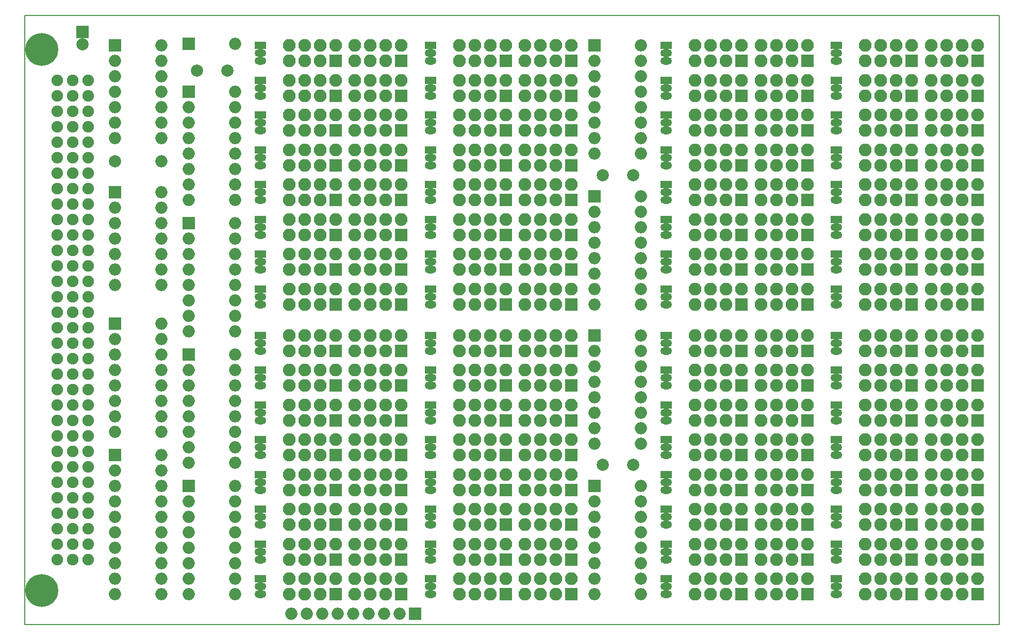
<source format=gbr>
G04 #@! TF.GenerationSoftware,KiCad,Pcbnew,5.0.0*
G04 #@! TF.CreationDate,2018-09-20T13:28:18+02:00*
G04 #@! TF.ProjectId,ledrom,6C6564726F6D2E6B696361645F706362,rev?*
G04 #@! TF.SameCoordinates,PX47c1240PY2faf080*
G04 #@! TF.FileFunction,Soldermask,Bot*
G04 #@! TF.FilePolarity,Negative*
%FSLAX46Y46*%
G04 Gerber Fmt 4.6, Leading zero omitted, Abs format (unit mm)*
G04 Created by KiCad (PCBNEW 5.0.0) date Thu Sep 20 13:28:18 2018*
%MOMM*%
%LPD*%
G01*
G04 APERTURE LIST*
%ADD10C,0.150000*%
%ADD11R,1.900000X1.300000*%
%ADD12O,1.900000X1.300000*%
%ADD13R,2.000000X2.000000*%
%ADD14O,2.000000X2.000000*%
%ADD15C,2.000000*%
%ADD16C,1.901140*%
%ADD17C,5.400000*%
%ADD18R,2.100000X2.100000*%
%ADD19O,2.100000X2.100000*%
G04 APERTURE END LIST*
D10*
X0Y-100000000D02*
X0Y0D01*
X160000000Y-100000000D02*
X0Y-100000000D01*
X160000000Y0D02*
X160000000Y-100000000D01*
X0Y0D02*
X160000000Y0D01*
D11*
G04 #@! TO.C,Q6*
X38637500Y-33490000D03*
D12*
X38637500Y-36030000D03*
X38637500Y-34760000D03*
G04 #@! TD*
D13*
G04 #@! TO.C,U1*
X14825000Y-50635000D03*
D14*
X22445000Y-68415000D03*
X14825000Y-53175000D03*
X22445000Y-65875000D03*
X14825000Y-55715000D03*
X22445000Y-63335000D03*
X14825000Y-58255000D03*
X22445000Y-60795000D03*
X14825000Y-60795000D03*
X22445000Y-58255000D03*
X14825000Y-63335000D03*
X22445000Y-55715000D03*
X14825000Y-65875000D03*
X22445000Y-53175000D03*
X14825000Y-68415000D03*
X22445000Y-50635000D03*
G04 #@! TD*
D13*
G04 #@! TO.C,C1*
X9427500Y-2692500D03*
D15*
X9427500Y-4692500D03*
G04 #@! TD*
D11*
G04 #@! TO.C,Q14*
X38637500Y-81115000D03*
D12*
X38637500Y-83655000D03*
X38637500Y-82385000D03*
G04 #@! TD*
G04 #@! TO.C,Q11*
X38637500Y-65240000D03*
X38637500Y-66510000D03*
D11*
X38637500Y-63970000D03*
G04 #@! TD*
D16*
G04 #@! TO.C,JB1*
X5300000Y-89370000D03*
X5300000Y-86830000D03*
X5300000Y-81750000D03*
X5300000Y-84290000D03*
X5300000Y-79210000D03*
X5300000Y-76670000D03*
X5300000Y-74130000D03*
X5300000Y-71590000D03*
X5300000Y-69050000D03*
X5300000Y-66510000D03*
X5300000Y-63970000D03*
X5300000Y-61430000D03*
X5300000Y-58890000D03*
X5300000Y-56350000D03*
X5300000Y-53810000D03*
X5300000Y-51270000D03*
X5300000Y-48730000D03*
X5300000Y-46190000D03*
X5300000Y-43650000D03*
X5300000Y-41110000D03*
X5300000Y-38570000D03*
X5300000Y-36030000D03*
X5300000Y-33490000D03*
X5300000Y-30950000D03*
X5300000Y-28410000D03*
X5300000Y-25870000D03*
X5300000Y-23330000D03*
X5300000Y-20790000D03*
X5300000Y-18250000D03*
X5300000Y-15710000D03*
X5300000Y-13170000D03*
X5300000Y-10630000D03*
X7840000Y-10630000D03*
X7840000Y-13170000D03*
X7840000Y-15710000D03*
X7840000Y-18250000D03*
X7840000Y-20790000D03*
X7840000Y-23330000D03*
X7840000Y-25870000D03*
X7840000Y-28410000D03*
X7840000Y-30950000D03*
X7840000Y-33490000D03*
X7840000Y-36030000D03*
X7840000Y-38570000D03*
X7840000Y-41110000D03*
X7840000Y-43650000D03*
X7840000Y-46190000D03*
X7840000Y-48730000D03*
X7840000Y-51270000D03*
X7840000Y-53810000D03*
X7840000Y-56350000D03*
X7840000Y-58890000D03*
X7840000Y-61430000D03*
X7840000Y-63970000D03*
X7840000Y-66510000D03*
X7840000Y-69050000D03*
X7840000Y-71590000D03*
X7840000Y-74130000D03*
X7840000Y-76670000D03*
X7840000Y-79210000D03*
X7840000Y-84290000D03*
X7840000Y-81750000D03*
X7840000Y-86830000D03*
X7840000Y-89370000D03*
X10380000Y-89370000D03*
X10380000Y-86830000D03*
X10380000Y-81750000D03*
X10380000Y-84290000D03*
X10380000Y-79210000D03*
X10380000Y-76670000D03*
X10380000Y-74130000D03*
X10380000Y-71590000D03*
X10380000Y-69050000D03*
X10380000Y-66510000D03*
X10380000Y-63970000D03*
X10380000Y-61430000D03*
X10380000Y-58890000D03*
X10380000Y-56350000D03*
X10380000Y-53810000D03*
X10380000Y-51270000D03*
X10380000Y-48730000D03*
X10380000Y-46190000D03*
X10380000Y-43650000D03*
X10380000Y-41110000D03*
X10380000Y-38570000D03*
X10380000Y-36030000D03*
X10380000Y-33490000D03*
X10380000Y-30950000D03*
X10380000Y-28410000D03*
X10380000Y-25870000D03*
X10380000Y-23330000D03*
X10380000Y-20790000D03*
X10380000Y-18250000D03*
X10380000Y-15710000D03*
X10380000Y-13170000D03*
X10380000Y-10630000D03*
D17*
X2760000Y-5550000D03*
X2760000Y-94450000D03*
G04 #@! TD*
D18*
G04 #@! TO.C,J81*
X128490000Y-55080000D03*
D19*
X128490000Y-52540000D03*
X125950000Y-55080000D03*
X125950000Y-52540000D03*
X123410000Y-55080000D03*
X123410000Y-52540000D03*
X120870000Y-55080000D03*
X120870000Y-52540000D03*
G04 #@! TD*
D13*
G04 #@! TO.C,JP1*
X26890000Y-4597500D03*
D14*
X34510000Y-4597500D03*
G04 #@! TD*
D18*
G04 #@! TO.C,J1*
X61815000Y-7455000D03*
D19*
X61815000Y-4915000D03*
X59275000Y-7455000D03*
X59275000Y-4915000D03*
X56735000Y-7455000D03*
X56735000Y-4915000D03*
X54195000Y-7455000D03*
X54195000Y-4915000D03*
G04 #@! TD*
D18*
G04 #@! TO.C,J2*
X51020000Y-7455000D03*
D19*
X51020000Y-4915000D03*
X48480000Y-7455000D03*
X48480000Y-4915000D03*
X45940000Y-7455000D03*
X45940000Y-4915000D03*
X43400000Y-7455000D03*
X43400000Y-4915000D03*
G04 #@! TD*
D18*
G04 #@! TO.C,J3*
X61815000Y-13170000D03*
D19*
X61815000Y-10630000D03*
X59275000Y-13170000D03*
X59275000Y-10630000D03*
X56735000Y-13170000D03*
X56735000Y-10630000D03*
X54195000Y-13170000D03*
X54195000Y-10630000D03*
G04 #@! TD*
D18*
G04 #@! TO.C,J4*
X51020000Y-13170000D03*
D19*
X51020000Y-10630000D03*
X48480000Y-13170000D03*
X48480000Y-10630000D03*
X45940000Y-13170000D03*
X45940000Y-10630000D03*
X43400000Y-13170000D03*
X43400000Y-10630000D03*
G04 #@! TD*
D18*
G04 #@! TO.C,J5*
X61815000Y-18885000D03*
D19*
X61815000Y-16345000D03*
X59275000Y-18885000D03*
X59275000Y-16345000D03*
X56735000Y-18885000D03*
X56735000Y-16345000D03*
X54195000Y-18885000D03*
X54195000Y-16345000D03*
G04 #@! TD*
D18*
G04 #@! TO.C,J6*
X51020000Y-18885000D03*
D19*
X51020000Y-16345000D03*
X48480000Y-18885000D03*
X48480000Y-16345000D03*
X45940000Y-18885000D03*
X45940000Y-16345000D03*
X43400000Y-18885000D03*
X43400000Y-16345000D03*
G04 #@! TD*
D18*
G04 #@! TO.C,J7*
X61815000Y-24600000D03*
D19*
X61815000Y-22060000D03*
X59275000Y-24600000D03*
X59275000Y-22060000D03*
X56735000Y-24600000D03*
X56735000Y-22060000D03*
X54195000Y-24600000D03*
X54195000Y-22060000D03*
G04 #@! TD*
D18*
G04 #@! TO.C,J8*
X51020000Y-24600000D03*
D19*
X51020000Y-22060000D03*
X48480000Y-24600000D03*
X48480000Y-22060000D03*
X45940000Y-24600000D03*
X45940000Y-22060000D03*
X43400000Y-24600000D03*
X43400000Y-22060000D03*
G04 #@! TD*
D18*
G04 #@! TO.C,J9*
X61815000Y-30315000D03*
D19*
X61815000Y-27775000D03*
X59275000Y-30315000D03*
X59275000Y-27775000D03*
X56735000Y-30315000D03*
X56735000Y-27775000D03*
X54195000Y-30315000D03*
X54195000Y-27775000D03*
G04 #@! TD*
D18*
G04 #@! TO.C,J10*
X51020000Y-30315000D03*
D19*
X51020000Y-27775000D03*
X48480000Y-30315000D03*
X48480000Y-27775000D03*
X45940000Y-30315000D03*
X45940000Y-27775000D03*
X43400000Y-30315000D03*
X43400000Y-27775000D03*
G04 #@! TD*
D18*
G04 #@! TO.C,J11*
X61815000Y-36030000D03*
D19*
X61815000Y-33490000D03*
X59275000Y-36030000D03*
X59275000Y-33490000D03*
X56735000Y-36030000D03*
X56735000Y-33490000D03*
X54195000Y-36030000D03*
X54195000Y-33490000D03*
G04 #@! TD*
D18*
G04 #@! TO.C,J12*
X51020000Y-36030000D03*
D19*
X51020000Y-33490000D03*
X48480000Y-36030000D03*
X48480000Y-33490000D03*
X45940000Y-36030000D03*
X45940000Y-33490000D03*
X43400000Y-36030000D03*
X43400000Y-33490000D03*
G04 #@! TD*
D18*
G04 #@! TO.C,J13*
X61815000Y-41745000D03*
D19*
X61815000Y-39205000D03*
X59275000Y-41745000D03*
X59275000Y-39205000D03*
X56735000Y-41745000D03*
X56735000Y-39205000D03*
X54195000Y-41745000D03*
X54195000Y-39205000D03*
G04 #@! TD*
D18*
G04 #@! TO.C,J14*
X51020000Y-41745000D03*
D19*
X51020000Y-39205000D03*
X48480000Y-41745000D03*
X48480000Y-39205000D03*
X45940000Y-41745000D03*
X45940000Y-39205000D03*
X43400000Y-41745000D03*
X43400000Y-39205000D03*
G04 #@! TD*
D18*
G04 #@! TO.C,J15*
X61815000Y-47460000D03*
D19*
X61815000Y-44920000D03*
X59275000Y-47460000D03*
X59275000Y-44920000D03*
X56735000Y-47460000D03*
X56735000Y-44920000D03*
X54195000Y-47460000D03*
X54195000Y-44920000D03*
G04 #@! TD*
D18*
G04 #@! TO.C,J16*
X51020000Y-47460000D03*
D19*
X51020000Y-44920000D03*
X48480000Y-47460000D03*
X48480000Y-44920000D03*
X45940000Y-47460000D03*
X45940000Y-44920000D03*
X43400000Y-47460000D03*
X43400000Y-44920000D03*
G04 #@! TD*
D18*
G04 #@! TO.C,J17*
X61815000Y-55080000D03*
D19*
X61815000Y-52540000D03*
X59275000Y-55080000D03*
X59275000Y-52540000D03*
X56735000Y-55080000D03*
X56735000Y-52540000D03*
X54195000Y-55080000D03*
X54195000Y-52540000D03*
G04 #@! TD*
D18*
G04 #@! TO.C,J18*
X51020000Y-55080000D03*
D19*
X51020000Y-52540000D03*
X48480000Y-55080000D03*
X48480000Y-52540000D03*
X45940000Y-55080000D03*
X45940000Y-52540000D03*
X43400000Y-55080000D03*
X43400000Y-52540000D03*
G04 #@! TD*
D18*
G04 #@! TO.C,J19*
X61815000Y-60795000D03*
D19*
X61815000Y-58255000D03*
X59275000Y-60795000D03*
X59275000Y-58255000D03*
X56735000Y-60795000D03*
X56735000Y-58255000D03*
X54195000Y-60795000D03*
X54195000Y-58255000D03*
G04 #@! TD*
D18*
G04 #@! TO.C,J20*
X51020000Y-60795000D03*
D19*
X51020000Y-58255000D03*
X48480000Y-60795000D03*
X48480000Y-58255000D03*
X45940000Y-60795000D03*
X45940000Y-58255000D03*
X43400000Y-60795000D03*
X43400000Y-58255000D03*
G04 #@! TD*
D18*
G04 #@! TO.C,J21*
X61815000Y-66510000D03*
D19*
X61815000Y-63970000D03*
X59275000Y-66510000D03*
X59275000Y-63970000D03*
X56735000Y-66510000D03*
X56735000Y-63970000D03*
X54195000Y-66510000D03*
X54195000Y-63970000D03*
G04 #@! TD*
D18*
G04 #@! TO.C,J22*
X51020000Y-66510000D03*
D19*
X51020000Y-63970000D03*
X48480000Y-66510000D03*
X48480000Y-63970000D03*
X45940000Y-66510000D03*
X45940000Y-63970000D03*
X43400000Y-66510000D03*
X43400000Y-63970000D03*
G04 #@! TD*
D18*
G04 #@! TO.C,J23*
X61815000Y-72225000D03*
D19*
X61815000Y-69685000D03*
X59275000Y-72225000D03*
X59275000Y-69685000D03*
X56735000Y-72225000D03*
X56735000Y-69685000D03*
X54195000Y-72225000D03*
X54195000Y-69685000D03*
G04 #@! TD*
D18*
G04 #@! TO.C,J24*
X51020000Y-72225000D03*
D19*
X51020000Y-69685000D03*
X48480000Y-72225000D03*
X48480000Y-69685000D03*
X45940000Y-72225000D03*
X45940000Y-69685000D03*
X43400000Y-72225000D03*
X43400000Y-69685000D03*
G04 #@! TD*
D18*
G04 #@! TO.C,J25*
X61815000Y-77940000D03*
D19*
X61815000Y-75400000D03*
X59275000Y-77940000D03*
X59275000Y-75400000D03*
X56735000Y-77940000D03*
X56735000Y-75400000D03*
X54195000Y-77940000D03*
X54195000Y-75400000D03*
G04 #@! TD*
D18*
G04 #@! TO.C,J26*
X51020000Y-77940000D03*
D19*
X51020000Y-75400000D03*
X48480000Y-77940000D03*
X48480000Y-75400000D03*
X45940000Y-77940000D03*
X45940000Y-75400000D03*
X43400000Y-77940000D03*
X43400000Y-75400000D03*
G04 #@! TD*
D18*
G04 #@! TO.C,J27*
X61815000Y-83655000D03*
D19*
X61815000Y-81115000D03*
X59275000Y-83655000D03*
X59275000Y-81115000D03*
X56735000Y-83655000D03*
X56735000Y-81115000D03*
X54195000Y-83655000D03*
X54195000Y-81115000D03*
G04 #@! TD*
D18*
G04 #@! TO.C,J28*
X51020000Y-83655000D03*
D19*
X51020000Y-81115000D03*
X48480000Y-83655000D03*
X48480000Y-81115000D03*
X45940000Y-83655000D03*
X45940000Y-81115000D03*
X43400000Y-83655000D03*
X43400000Y-81115000D03*
G04 #@! TD*
D18*
G04 #@! TO.C,J29*
X61815000Y-89370000D03*
D19*
X61815000Y-86830000D03*
X59275000Y-89370000D03*
X59275000Y-86830000D03*
X56735000Y-89370000D03*
X56735000Y-86830000D03*
X54195000Y-89370000D03*
X54195000Y-86830000D03*
G04 #@! TD*
D18*
G04 #@! TO.C,J30*
X51020000Y-89370000D03*
D19*
X51020000Y-86830000D03*
X48480000Y-89370000D03*
X48480000Y-86830000D03*
X45940000Y-89370000D03*
X45940000Y-86830000D03*
X43400000Y-89370000D03*
X43400000Y-86830000D03*
G04 #@! TD*
D18*
G04 #@! TO.C,J31*
X61815000Y-95085000D03*
D19*
X61815000Y-92545000D03*
X59275000Y-95085000D03*
X59275000Y-92545000D03*
X56735000Y-95085000D03*
X56735000Y-92545000D03*
X54195000Y-95085000D03*
X54195000Y-92545000D03*
G04 #@! TD*
D18*
G04 #@! TO.C,J32*
X51020000Y-95085000D03*
D19*
X51020000Y-92545000D03*
X48480000Y-95085000D03*
X48480000Y-92545000D03*
X45940000Y-95085000D03*
X45940000Y-92545000D03*
X43400000Y-95085000D03*
X43400000Y-92545000D03*
G04 #@! TD*
D18*
G04 #@! TO.C,J33*
X89755000Y-7455000D03*
D19*
X89755000Y-4915000D03*
X87215000Y-7455000D03*
X87215000Y-4915000D03*
X84675000Y-7455000D03*
X84675000Y-4915000D03*
X82135000Y-7455000D03*
X82135000Y-4915000D03*
G04 #@! TD*
D18*
G04 #@! TO.C,J34*
X78960000Y-7455000D03*
D19*
X78960000Y-4915000D03*
X76420000Y-7455000D03*
X76420000Y-4915000D03*
X73880000Y-7455000D03*
X73880000Y-4915000D03*
X71340000Y-7455000D03*
X71340000Y-4915000D03*
G04 #@! TD*
D18*
G04 #@! TO.C,J35*
X89755000Y-13170000D03*
D19*
X89755000Y-10630000D03*
X87215000Y-13170000D03*
X87215000Y-10630000D03*
X84675000Y-13170000D03*
X84675000Y-10630000D03*
X82135000Y-13170000D03*
X82135000Y-10630000D03*
G04 #@! TD*
D18*
G04 #@! TO.C,J36*
X78960000Y-13170000D03*
D19*
X78960000Y-10630000D03*
X76420000Y-13170000D03*
X76420000Y-10630000D03*
X73880000Y-13170000D03*
X73880000Y-10630000D03*
X71340000Y-13170000D03*
X71340000Y-10630000D03*
G04 #@! TD*
D18*
G04 #@! TO.C,J37*
X89755000Y-18885000D03*
D19*
X89755000Y-16345000D03*
X87215000Y-18885000D03*
X87215000Y-16345000D03*
X84675000Y-18885000D03*
X84675000Y-16345000D03*
X82135000Y-18885000D03*
X82135000Y-16345000D03*
G04 #@! TD*
D18*
G04 #@! TO.C,J38*
X78960000Y-18885000D03*
D19*
X78960000Y-16345000D03*
X76420000Y-18885000D03*
X76420000Y-16345000D03*
X73880000Y-18885000D03*
X73880000Y-16345000D03*
X71340000Y-18885000D03*
X71340000Y-16345000D03*
G04 #@! TD*
D18*
G04 #@! TO.C,J39*
X89755000Y-24600000D03*
D19*
X89755000Y-22060000D03*
X87215000Y-24600000D03*
X87215000Y-22060000D03*
X84675000Y-24600000D03*
X84675000Y-22060000D03*
X82135000Y-24600000D03*
X82135000Y-22060000D03*
G04 #@! TD*
D18*
G04 #@! TO.C,J40*
X78960000Y-24600000D03*
D19*
X78960000Y-22060000D03*
X76420000Y-24600000D03*
X76420000Y-22060000D03*
X73880000Y-24600000D03*
X73880000Y-22060000D03*
X71340000Y-24600000D03*
X71340000Y-22060000D03*
G04 #@! TD*
D18*
G04 #@! TO.C,J41*
X89755000Y-30315000D03*
D19*
X89755000Y-27775000D03*
X87215000Y-30315000D03*
X87215000Y-27775000D03*
X84675000Y-30315000D03*
X84675000Y-27775000D03*
X82135000Y-30315000D03*
X82135000Y-27775000D03*
G04 #@! TD*
D18*
G04 #@! TO.C,J42*
X78960000Y-30315000D03*
D19*
X78960000Y-27775000D03*
X76420000Y-30315000D03*
X76420000Y-27775000D03*
X73880000Y-30315000D03*
X73880000Y-27775000D03*
X71340000Y-30315000D03*
X71340000Y-27775000D03*
G04 #@! TD*
D18*
G04 #@! TO.C,J43*
X89755000Y-36030000D03*
D19*
X89755000Y-33490000D03*
X87215000Y-36030000D03*
X87215000Y-33490000D03*
X84675000Y-36030000D03*
X84675000Y-33490000D03*
X82135000Y-36030000D03*
X82135000Y-33490000D03*
G04 #@! TD*
D18*
G04 #@! TO.C,J44*
X78960000Y-36030000D03*
D19*
X78960000Y-33490000D03*
X76420000Y-36030000D03*
X76420000Y-33490000D03*
X73880000Y-36030000D03*
X73880000Y-33490000D03*
X71340000Y-36030000D03*
X71340000Y-33490000D03*
G04 #@! TD*
D18*
G04 #@! TO.C,J45*
X89755000Y-41745000D03*
D19*
X89755000Y-39205000D03*
X87215000Y-41745000D03*
X87215000Y-39205000D03*
X84675000Y-41745000D03*
X84675000Y-39205000D03*
X82135000Y-41745000D03*
X82135000Y-39205000D03*
G04 #@! TD*
D18*
G04 #@! TO.C,J46*
X78960000Y-41745000D03*
D19*
X78960000Y-39205000D03*
X76420000Y-41745000D03*
X76420000Y-39205000D03*
X73880000Y-41745000D03*
X73880000Y-39205000D03*
X71340000Y-41745000D03*
X71340000Y-39205000D03*
G04 #@! TD*
D18*
G04 #@! TO.C,J47*
X89755000Y-47460000D03*
D19*
X89755000Y-44920000D03*
X87215000Y-47460000D03*
X87215000Y-44920000D03*
X84675000Y-47460000D03*
X84675000Y-44920000D03*
X82135000Y-47460000D03*
X82135000Y-44920000D03*
G04 #@! TD*
D18*
G04 #@! TO.C,J48*
X78960000Y-47460000D03*
D19*
X78960000Y-44920000D03*
X76420000Y-47460000D03*
X76420000Y-44920000D03*
X73880000Y-47460000D03*
X73880000Y-44920000D03*
X71340000Y-47460000D03*
X71340000Y-44920000D03*
G04 #@! TD*
D18*
G04 #@! TO.C,J49*
X89755000Y-55080000D03*
D19*
X89755000Y-52540000D03*
X87215000Y-55080000D03*
X87215000Y-52540000D03*
X84675000Y-55080000D03*
X84675000Y-52540000D03*
X82135000Y-55080000D03*
X82135000Y-52540000D03*
G04 #@! TD*
D18*
G04 #@! TO.C,J50*
X78960000Y-55080000D03*
D19*
X78960000Y-52540000D03*
X76420000Y-55080000D03*
X76420000Y-52540000D03*
X73880000Y-55080000D03*
X73880000Y-52540000D03*
X71340000Y-55080000D03*
X71340000Y-52540000D03*
G04 #@! TD*
D18*
G04 #@! TO.C,J51*
X89755000Y-60795000D03*
D19*
X89755000Y-58255000D03*
X87215000Y-60795000D03*
X87215000Y-58255000D03*
X84675000Y-60795000D03*
X84675000Y-58255000D03*
X82135000Y-60795000D03*
X82135000Y-58255000D03*
G04 #@! TD*
D18*
G04 #@! TO.C,J52*
X78960000Y-60795000D03*
D19*
X78960000Y-58255000D03*
X76420000Y-60795000D03*
X76420000Y-58255000D03*
X73880000Y-60795000D03*
X73880000Y-58255000D03*
X71340000Y-60795000D03*
X71340000Y-58255000D03*
G04 #@! TD*
D18*
G04 #@! TO.C,J53*
X89755000Y-66510000D03*
D19*
X89755000Y-63970000D03*
X87215000Y-66510000D03*
X87215000Y-63970000D03*
X84675000Y-66510000D03*
X84675000Y-63970000D03*
X82135000Y-66510000D03*
X82135000Y-63970000D03*
G04 #@! TD*
D18*
G04 #@! TO.C,J54*
X78960000Y-66510000D03*
D19*
X78960000Y-63970000D03*
X76420000Y-66510000D03*
X76420000Y-63970000D03*
X73880000Y-66510000D03*
X73880000Y-63970000D03*
X71340000Y-66510000D03*
X71340000Y-63970000D03*
G04 #@! TD*
D18*
G04 #@! TO.C,J55*
X89755000Y-72225000D03*
D19*
X89755000Y-69685000D03*
X87215000Y-72225000D03*
X87215000Y-69685000D03*
X84675000Y-72225000D03*
X84675000Y-69685000D03*
X82135000Y-72225000D03*
X82135000Y-69685000D03*
G04 #@! TD*
D18*
G04 #@! TO.C,J56*
X78960000Y-72225000D03*
D19*
X78960000Y-69685000D03*
X76420000Y-72225000D03*
X76420000Y-69685000D03*
X73880000Y-72225000D03*
X73880000Y-69685000D03*
X71340000Y-72225000D03*
X71340000Y-69685000D03*
G04 #@! TD*
D18*
G04 #@! TO.C,J57*
X89755000Y-77940000D03*
D19*
X89755000Y-75400000D03*
X87215000Y-77940000D03*
X87215000Y-75400000D03*
X84675000Y-77940000D03*
X84675000Y-75400000D03*
X82135000Y-77940000D03*
X82135000Y-75400000D03*
G04 #@! TD*
D18*
G04 #@! TO.C,J58*
X78960000Y-77940000D03*
D19*
X78960000Y-75400000D03*
X76420000Y-77940000D03*
X76420000Y-75400000D03*
X73880000Y-77940000D03*
X73880000Y-75400000D03*
X71340000Y-77940000D03*
X71340000Y-75400000D03*
G04 #@! TD*
D18*
G04 #@! TO.C,J59*
X89755000Y-83655000D03*
D19*
X89755000Y-81115000D03*
X87215000Y-83655000D03*
X87215000Y-81115000D03*
X84675000Y-83655000D03*
X84675000Y-81115000D03*
X82135000Y-83655000D03*
X82135000Y-81115000D03*
G04 #@! TD*
D18*
G04 #@! TO.C,J60*
X78960000Y-83655000D03*
D19*
X78960000Y-81115000D03*
X76420000Y-83655000D03*
X76420000Y-81115000D03*
X73880000Y-83655000D03*
X73880000Y-81115000D03*
X71340000Y-83655000D03*
X71340000Y-81115000D03*
G04 #@! TD*
D18*
G04 #@! TO.C,J61*
X89755000Y-89370000D03*
D19*
X89755000Y-86830000D03*
X87215000Y-89370000D03*
X87215000Y-86830000D03*
X84675000Y-89370000D03*
X84675000Y-86830000D03*
X82135000Y-89370000D03*
X82135000Y-86830000D03*
G04 #@! TD*
D18*
G04 #@! TO.C,J62*
X78960000Y-89370000D03*
D19*
X78960000Y-86830000D03*
X76420000Y-89370000D03*
X76420000Y-86830000D03*
X73880000Y-89370000D03*
X73880000Y-86830000D03*
X71340000Y-89370000D03*
X71340000Y-86830000D03*
G04 #@! TD*
D18*
G04 #@! TO.C,J63*
X89755000Y-95085000D03*
D19*
X89755000Y-92545000D03*
X87215000Y-95085000D03*
X87215000Y-92545000D03*
X84675000Y-95085000D03*
X84675000Y-92545000D03*
X82135000Y-95085000D03*
X82135000Y-92545000D03*
G04 #@! TD*
D18*
G04 #@! TO.C,J64*
X78960000Y-95085000D03*
D19*
X78960000Y-92545000D03*
X76420000Y-95085000D03*
X76420000Y-92545000D03*
X73880000Y-95085000D03*
X73880000Y-92545000D03*
X71340000Y-95085000D03*
X71340000Y-92545000D03*
G04 #@! TD*
D18*
G04 #@! TO.C,J65*
X128490000Y-7455000D03*
D19*
X128490000Y-4915000D03*
X125950000Y-7455000D03*
X125950000Y-4915000D03*
X123410000Y-7455000D03*
X123410000Y-4915000D03*
X120870000Y-7455000D03*
X120870000Y-4915000D03*
G04 #@! TD*
D18*
G04 #@! TO.C,J66*
X117695000Y-7455000D03*
D19*
X117695000Y-4915000D03*
X115155000Y-7455000D03*
X115155000Y-4915000D03*
X112615000Y-7455000D03*
X112615000Y-4915000D03*
X110075000Y-7455000D03*
X110075000Y-4915000D03*
G04 #@! TD*
D18*
G04 #@! TO.C,J67*
X128490000Y-13170000D03*
D19*
X128490000Y-10630000D03*
X125950000Y-13170000D03*
X125950000Y-10630000D03*
X123410000Y-13170000D03*
X123410000Y-10630000D03*
X120870000Y-13170000D03*
X120870000Y-10630000D03*
G04 #@! TD*
D18*
G04 #@! TO.C,J68*
X117695000Y-13170000D03*
D19*
X117695000Y-10630000D03*
X115155000Y-13170000D03*
X115155000Y-10630000D03*
X112615000Y-13170000D03*
X112615000Y-10630000D03*
X110075000Y-13170000D03*
X110075000Y-10630000D03*
G04 #@! TD*
D18*
G04 #@! TO.C,J69*
X128490000Y-18885000D03*
D19*
X128490000Y-16345000D03*
X125950000Y-18885000D03*
X125950000Y-16345000D03*
X123410000Y-18885000D03*
X123410000Y-16345000D03*
X120870000Y-18885000D03*
X120870000Y-16345000D03*
G04 #@! TD*
D18*
G04 #@! TO.C,J70*
X117695000Y-18885000D03*
D19*
X117695000Y-16345000D03*
X115155000Y-18885000D03*
X115155000Y-16345000D03*
X112615000Y-18885000D03*
X112615000Y-16345000D03*
X110075000Y-18885000D03*
X110075000Y-16345000D03*
G04 #@! TD*
D18*
G04 #@! TO.C,J71*
X128490000Y-24600000D03*
D19*
X128490000Y-22060000D03*
X125950000Y-24600000D03*
X125950000Y-22060000D03*
X123410000Y-24600000D03*
X123410000Y-22060000D03*
X120870000Y-24600000D03*
X120870000Y-22060000D03*
G04 #@! TD*
D18*
G04 #@! TO.C,J72*
X117695000Y-24600000D03*
D19*
X117695000Y-22060000D03*
X115155000Y-24600000D03*
X115155000Y-22060000D03*
X112615000Y-24600000D03*
X112615000Y-22060000D03*
X110075000Y-24600000D03*
X110075000Y-22060000D03*
G04 #@! TD*
D18*
G04 #@! TO.C,J73*
X128490000Y-30315000D03*
D19*
X128490000Y-27775000D03*
X125950000Y-30315000D03*
X125950000Y-27775000D03*
X123410000Y-30315000D03*
X123410000Y-27775000D03*
X120870000Y-30315000D03*
X120870000Y-27775000D03*
G04 #@! TD*
D18*
G04 #@! TO.C,J74*
X117695000Y-30315000D03*
D19*
X117695000Y-27775000D03*
X115155000Y-30315000D03*
X115155000Y-27775000D03*
X112615000Y-30315000D03*
X112615000Y-27775000D03*
X110075000Y-30315000D03*
X110075000Y-27775000D03*
G04 #@! TD*
D18*
G04 #@! TO.C,J75*
X128490000Y-36030000D03*
D19*
X128490000Y-33490000D03*
X125950000Y-36030000D03*
X125950000Y-33490000D03*
X123410000Y-36030000D03*
X123410000Y-33490000D03*
X120870000Y-36030000D03*
X120870000Y-33490000D03*
G04 #@! TD*
D18*
G04 #@! TO.C,J76*
X117695000Y-36030000D03*
D19*
X117695000Y-33490000D03*
X115155000Y-36030000D03*
X115155000Y-33490000D03*
X112615000Y-36030000D03*
X112615000Y-33490000D03*
X110075000Y-36030000D03*
X110075000Y-33490000D03*
G04 #@! TD*
D18*
G04 #@! TO.C,J77*
X128490000Y-41745000D03*
D19*
X128490000Y-39205000D03*
X125950000Y-41745000D03*
X125950000Y-39205000D03*
X123410000Y-41745000D03*
X123410000Y-39205000D03*
X120870000Y-41745000D03*
X120870000Y-39205000D03*
G04 #@! TD*
D18*
G04 #@! TO.C,J78*
X117695000Y-41745000D03*
D19*
X117695000Y-39205000D03*
X115155000Y-41745000D03*
X115155000Y-39205000D03*
X112615000Y-41745000D03*
X112615000Y-39205000D03*
X110075000Y-41745000D03*
X110075000Y-39205000D03*
G04 #@! TD*
D18*
G04 #@! TO.C,J79*
X128490000Y-47460000D03*
D19*
X128490000Y-44920000D03*
X125950000Y-47460000D03*
X125950000Y-44920000D03*
X123410000Y-47460000D03*
X123410000Y-44920000D03*
X120870000Y-47460000D03*
X120870000Y-44920000D03*
G04 #@! TD*
D18*
G04 #@! TO.C,J80*
X117695000Y-47460000D03*
D19*
X117695000Y-44920000D03*
X115155000Y-47460000D03*
X115155000Y-44920000D03*
X112615000Y-47460000D03*
X112615000Y-44920000D03*
X110075000Y-47460000D03*
X110075000Y-44920000D03*
G04 #@! TD*
D18*
G04 #@! TO.C,J82*
X117695000Y-55080000D03*
D19*
X117695000Y-52540000D03*
X115155000Y-55080000D03*
X115155000Y-52540000D03*
X112615000Y-55080000D03*
X112615000Y-52540000D03*
X110075000Y-55080000D03*
X110075000Y-52540000D03*
G04 #@! TD*
D18*
G04 #@! TO.C,J83*
X128490000Y-60795000D03*
D19*
X128490000Y-58255000D03*
X125950000Y-60795000D03*
X125950000Y-58255000D03*
X123410000Y-60795000D03*
X123410000Y-58255000D03*
X120870000Y-60795000D03*
X120870000Y-58255000D03*
G04 #@! TD*
D18*
G04 #@! TO.C,J84*
X117695000Y-60795000D03*
D19*
X117695000Y-58255000D03*
X115155000Y-60795000D03*
X115155000Y-58255000D03*
X112615000Y-60795000D03*
X112615000Y-58255000D03*
X110075000Y-60795000D03*
X110075000Y-58255000D03*
G04 #@! TD*
D18*
G04 #@! TO.C,J85*
X128490000Y-66510000D03*
D19*
X128490000Y-63970000D03*
X125950000Y-66510000D03*
X125950000Y-63970000D03*
X123410000Y-66510000D03*
X123410000Y-63970000D03*
X120870000Y-66510000D03*
X120870000Y-63970000D03*
G04 #@! TD*
D18*
G04 #@! TO.C,J86*
X117695000Y-66510000D03*
D19*
X117695000Y-63970000D03*
X115155000Y-66510000D03*
X115155000Y-63970000D03*
X112615000Y-66510000D03*
X112615000Y-63970000D03*
X110075000Y-66510000D03*
X110075000Y-63970000D03*
G04 #@! TD*
D18*
G04 #@! TO.C,J87*
X128490000Y-72225000D03*
D19*
X128490000Y-69685000D03*
X125950000Y-72225000D03*
X125950000Y-69685000D03*
X123410000Y-72225000D03*
X123410000Y-69685000D03*
X120870000Y-72225000D03*
X120870000Y-69685000D03*
G04 #@! TD*
D18*
G04 #@! TO.C,J88*
X117695000Y-72225000D03*
D19*
X117695000Y-69685000D03*
X115155000Y-72225000D03*
X115155000Y-69685000D03*
X112615000Y-72225000D03*
X112615000Y-69685000D03*
X110075000Y-72225000D03*
X110075000Y-69685000D03*
G04 #@! TD*
D18*
G04 #@! TO.C,J89*
X128490000Y-77940000D03*
D19*
X128490000Y-75400000D03*
X125950000Y-77940000D03*
X125950000Y-75400000D03*
X123410000Y-77940000D03*
X123410000Y-75400000D03*
X120870000Y-77940000D03*
X120870000Y-75400000D03*
G04 #@! TD*
D18*
G04 #@! TO.C,J90*
X117695000Y-77940000D03*
D19*
X117695000Y-75400000D03*
X115155000Y-77940000D03*
X115155000Y-75400000D03*
X112615000Y-77940000D03*
X112615000Y-75400000D03*
X110075000Y-77940000D03*
X110075000Y-75400000D03*
G04 #@! TD*
D18*
G04 #@! TO.C,J91*
X128490000Y-83655000D03*
D19*
X128490000Y-81115000D03*
X125950000Y-83655000D03*
X125950000Y-81115000D03*
X123410000Y-83655000D03*
X123410000Y-81115000D03*
X120870000Y-83655000D03*
X120870000Y-81115000D03*
G04 #@! TD*
D18*
G04 #@! TO.C,J92*
X117695000Y-83655000D03*
D19*
X117695000Y-81115000D03*
X115155000Y-83655000D03*
X115155000Y-81115000D03*
X112615000Y-83655000D03*
X112615000Y-81115000D03*
X110075000Y-83655000D03*
X110075000Y-81115000D03*
G04 #@! TD*
D18*
G04 #@! TO.C,J93*
X128490000Y-89370000D03*
D19*
X128490000Y-86830000D03*
X125950000Y-89370000D03*
X125950000Y-86830000D03*
X123410000Y-89370000D03*
X123410000Y-86830000D03*
X120870000Y-89370000D03*
X120870000Y-86830000D03*
G04 #@! TD*
D18*
G04 #@! TO.C,J94*
X117695000Y-89370000D03*
D19*
X117695000Y-86830000D03*
X115155000Y-89370000D03*
X115155000Y-86830000D03*
X112615000Y-89370000D03*
X112615000Y-86830000D03*
X110075000Y-89370000D03*
X110075000Y-86830000D03*
G04 #@! TD*
D18*
G04 #@! TO.C,J95*
X128490000Y-95085000D03*
D19*
X128490000Y-92545000D03*
X125950000Y-95085000D03*
X125950000Y-92545000D03*
X123410000Y-95085000D03*
X123410000Y-92545000D03*
X120870000Y-95085000D03*
X120870000Y-92545000D03*
G04 #@! TD*
D18*
G04 #@! TO.C,J96*
X117695000Y-95085000D03*
D19*
X117695000Y-92545000D03*
X115155000Y-95085000D03*
X115155000Y-92545000D03*
X112615000Y-95085000D03*
X112615000Y-92545000D03*
X110075000Y-95085000D03*
X110075000Y-92545000D03*
G04 #@! TD*
D18*
G04 #@! TO.C,J97*
X156430000Y-7455000D03*
D19*
X156430000Y-4915000D03*
X153890000Y-7455000D03*
X153890000Y-4915000D03*
X151350000Y-7455000D03*
X151350000Y-4915000D03*
X148810000Y-7455000D03*
X148810000Y-4915000D03*
G04 #@! TD*
D18*
G04 #@! TO.C,J98*
X145635000Y-7455000D03*
D19*
X145635000Y-4915000D03*
X143095000Y-7455000D03*
X143095000Y-4915000D03*
X140555000Y-7455000D03*
X140555000Y-4915000D03*
X138015000Y-7455000D03*
X138015000Y-4915000D03*
G04 #@! TD*
D18*
G04 #@! TO.C,J99*
X156430000Y-13170000D03*
D19*
X156430000Y-10630000D03*
X153890000Y-13170000D03*
X153890000Y-10630000D03*
X151350000Y-13170000D03*
X151350000Y-10630000D03*
X148810000Y-13170000D03*
X148810000Y-10630000D03*
G04 #@! TD*
D18*
G04 #@! TO.C,J100*
X145635000Y-13170000D03*
D19*
X145635000Y-10630000D03*
X143095000Y-13170000D03*
X143095000Y-10630000D03*
X140555000Y-13170000D03*
X140555000Y-10630000D03*
X138015000Y-13170000D03*
X138015000Y-10630000D03*
G04 #@! TD*
D18*
G04 #@! TO.C,J101*
X156430000Y-18885000D03*
D19*
X156430000Y-16345000D03*
X153890000Y-18885000D03*
X153890000Y-16345000D03*
X151350000Y-18885000D03*
X151350000Y-16345000D03*
X148810000Y-18885000D03*
X148810000Y-16345000D03*
G04 #@! TD*
D18*
G04 #@! TO.C,J102*
X145635000Y-18885000D03*
D19*
X145635000Y-16345000D03*
X143095000Y-18885000D03*
X143095000Y-16345000D03*
X140555000Y-18885000D03*
X140555000Y-16345000D03*
X138015000Y-18885000D03*
X138015000Y-16345000D03*
G04 #@! TD*
D18*
G04 #@! TO.C,J103*
X156430000Y-24600000D03*
D19*
X156430000Y-22060000D03*
X153890000Y-24600000D03*
X153890000Y-22060000D03*
X151350000Y-24600000D03*
X151350000Y-22060000D03*
X148810000Y-24600000D03*
X148810000Y-22060000D03*
G04 #@! TD*
D18*
G04 #@! TO.C,J104*
X145635000Y-24600000D03*
D19*
X145635000Y-22060000D03*
X143095000Y-24600000D03*
X143095000Y-22060000D03*
X140555000Y-24600000D03*
X140555000Y-22060000D03*
X138015000Y-24600000D03*
X138015000Y-22060000D03*
G04 #@! TD*
D18*
G04 #@! TO.C,J105*
X156430000Y-30315000D03*
D19*
X156430000Y-27775000D03*
X153890000Y-30315000D03*
X153890000Y-27775000D03*
X151350000Y-30315000D03*
X151350000Y-27775000D03*
X148810000Y-30315000D03*
X148810000Y-27775000D03*
G04 #@! TD*
D18*
G04 #@! TO.C,J106*
X145635000Y-30315000D03*
D19*
X145635000Y-27775000D03*
X143095000Y-30315000D03*
X143095000Y-27775000D03*
X140555000Y-30315000D03*
X140555000Y-27775000D03*
X138015000Y-30315000D03*
X138015000Y-27775000D03*
G04 #@! TD*
D18*
G04 #@! TO.C,J107*
X156430000Y-36030000D03*
D19*
X156430000Y-33490000D03*
X153890000Y-36030000D03*
X153890000Y-33490000D03*
X151350000Y-36030000D03*
X151350000Y-33490000D03*
X148810000Y-36030000D03*
X148810000Y-33490000D03*
G04 #@! TD*
D18*
G04 #@! TO.C,J108*
X145635000Y-36030000D03*
D19*
X145635000Y-33490000D03*
X143095000Y-36030000D03*
X143095000Y-33490000D03*
X140555000Y-36030000D03*
X140555000Y-33490000D03*
X138015000Y-36030000D03*
X138015000Y-33490000D03*
G04 #@! TD*
D18*
G04 #@! TO.C,J109*
X156430000Y-41745000D03*
D19*
X156430000Y-39205000D03*
X153890000Y-41745000D03*
X153890000Y-39205000D03*
X151350000Y-41745000D03*
X151350000Y-39205000D03*
X148810000Y-41745000D03*
X148810000Y-39205000D03*
G04 #@! TD*
D18*
G04 #@! TO.C,J110*
X145635000Y-41745000D03*
D19*
X145635000Y-39205000D03*
X143095000Y-41745000D03*
X143095000Y-39205000D03*
X140555000Y-41745000D03*
X140555000Y-39205000D03*
X138015000Y-41745000D03*
X138015000Y-39205000D03*
G04 #@! TD*
D18*
G04 #@! TO.C,J111*
X156430000Y-47460000D03*
D19*
X156430000Y-44920000D03*
X153890000Y-47460000D03*
X153890000Y-44920000D03*
X151350000Y-47460000D03*
X151350000Y-44920000D03*
X148810000Y-47460000D03*
X148810000Y-44920000D03*
G04 #@! TD*
D18*
G04 #@! TO.C,J112*
X145635000Y-47460000D03*
D19*
X145635000Y-44920000D03*
X143095000Y-47460000D03*
X143095000Y-44920000D03*
X140555000Y-47460000D03*
X140555000Y-44920000D03*
X138015000Y-47460000D03*
X138015000Y-44920000D03*
G04 #@! TD*
D18*
G04 #@! TO.C,J113*
X156430000Y-55080000D03*
D19*
X156430000Y-52540000D03*
X153890000Y-55080000D03*
X153890000Y-52540000D03*
X151350000Y-55080000D03*
X151350000Y-52540000D03*
X148810000Y-55080000D03*
X148810000Y-52540000D03*
G04 #@! TD*
D18*
G04 #@! TO.C,J114*
X145635000Y-55080000D03*
D19*
X145635000Y-52540000D03*
X143095000Y-55080000D03*
X143095000Y-52540000D03*
X140555000Y-55080000D03*
X140555000Y-52540000D03*
X138015000Y-55080000D03*
X138015000Y-52540000D03*
G04 #@! TD*
D18*
G04 #@! TO.C,J115*
X156430000Y-60795000D03*
D19*
X156430000Y-58255000D03*
X153890000Y-60795000D03*
X153890000Y-58255000D03*
X151350000Y-60795000D03*
X151350000Y-58255000D03*
X148810000Y-60795000D03*
X148810000Y-58255000D03*
G04 #@! TD*
D18*
G04 #@! TO.C,J116*
X145635000Y-60795000D03*
D19*
X145635000Y-58255000D03*
X143095000Y-60795000D03*
X143095000Y-58255000D03*
X140555000Y-60795000D03*
X140555000Y-58255000D03*
X138015000Y-60795000D03*
X138015000Y-58255000D03*
G04 #@! TD*
D18*
G04 #@! TO.C,J117*
X156430000Y-66510000D03*
D19*
X156430000Y-63970000D03*
X153890000Y-66510000D03*
X153890000Y-63970000D03*
X151350000Y-66510000D03*
X151350000Y-63970000D03*
X148810000Y-66510000D03*
X148810000Y-63970000D03*
G04 #@! TD*
D18*
G04 #@! TO.C,J118*
X145635000Y-66510000D03*
D19*
X145635000Y-63970000D03*
X143095000Y-66510000D03*
X143095000Y-63970000D03*
X140555000Y-66510000D03*
X140555000Y-63970000D03*
X138015000Y-66510000D03*
X138015000Y-63970000D03*
G04 #@! TD*
D18*
G04 #@! TO.C,J119*
X156430000Y-72225000D03*
D19*
X156430000Y-69685000D03*
X153890000Y-72225000D03*
X153890000Y-69685000D03*
X151350000Y-72225000D03*
X151350000Y-69685000D03*
X148810000Y-72225000D03*
X148810000Y-69685000D03*
G04 #@! TD*
D18*
G04 #@! TO.C,J120*
X145635000Y-72225000D03*
D19*
X145635000Y-69685000D03*
X143095000Y-72225000D03*
X143095000Y-69685000D03*
X140555000Y-72225000D03*
X140555000Y-69685000D03*
X138015000Y-72225000D03*
X138015000Y-69685000D03*
G04 #@! TD*
D18*
G04 #@! TO.C,J121*
X156430000Y-77940000D03*
D19*
X156430000Y-75400000D03*
X153890000Y-77940000D03*
X153890000Y-75400000D03*
X151350000Y-77940000D03*
X151350000Y-75400000D03*
X148810000Y-77940000D03*
X148810000Y-75400000D03*
G04 #@! TD*
D18*
G04 #@! TO.C,J122*
X145635000Y-77940000D03*
D19*
X145635000Y-75400000D03*
X143095000Y-77940000D03*
X143095000Y-75400000D03*
X140555000Y-77940000D03*
X140555000Y-75400000D03*
X138015000Y-77940000D03*
X138015000Y-75400000D03*
G04 #@! TD*
D18*
G04 #@! TO.C,J123*
X156430000Y-83655000D03*
D19*
X156430000Y-81115000D03*
X153890000Y-83655000D03*
X153890000Y-81115000D03*
X151350000Y-83655000D03*
X151350000Y-81115000D03*
X148810000Y-83655000D03*
X148810000Y-81115000D03*
G04 #@! TD*
D18*
G04 #@! TO.C,J124*
X145635000Y-83655000D03*
D19*
X145635000Y-81115000D03*
X143095000Y-83655000D03*
X143095000Y-81115000D03*
X140555000Y-83655000D03*
X140555000Y-81115000D03*
X138015000Y-83655000D03*
X138015000Y-81115000D03*
G04 #@! TD*
D18*
G04 #@! TO.C,J125*
X156430000Y-89370000D03*
D19*
X156430000Y-86830000D03*
X153890000Y-89370000D03*
X153890000Y-86830000D03*
X151350000Y-89370000D03*
X151350000Y-86830000D03*
X148810000Y-89370000D03*
X148810000Y-86830000D03*
G04 #@! TD*
D18*
G04 #@! TO.C,J126*
X145635000Y-89370000D03*
D19*
X145635000Y-86830000D03*
X143095000Y-89370000D03*
X143095000Y-86830000D03*
X140555000Y-89370000D03*
X140555000Y-86830000D03*
X138015000Y-89370000D03*
X138015000Y-86830000D03*
G04 #@! TD*
D18*
G04 #@! TO.C,J127*
X156430000Y-95085000D03*
D19*
X156430000Y-92545000D03*
X153890000Y-95085000D03*
X153890000Y-92545000D03*
X151350000Y-95085000D03*
X151350000Y-92545000D03*
X148810000Y-95085000D03*
X148810000Y-92545000D03*
G04 #@! TD*
D18*
G04 #@! TO.C,J128*
X145635000Y-95085000D03*
D19*
X145635000Y-92545000D03*
X143095000Y-95085000D03*
X143095000Y-92545000D03*
X140555000Y-95085000D03*
X140555000Y-92545000D03*
X138015000Y-95085000D03*
X138015000Y-92545000D03*
G04 #@! TD*
D13*
G04 #@! TO.C,U2*
X14825000Y-72225000D03*
D14*
X22445000Y-95085000D03*
X14825000Y-74765000D03*
X22445000Y-92545000D03*
X14825000Y-77305000D03*
X22445000Y-90005000D03*
X14825000Y-79845000D03*
X22445000Y-87465000D03*
X14825000Y-82385000D03*
X22445000Y-84925000D03*
X14825000Y-84925000D03*
X22445000Y-82385000D03*
X14825000Y-87465000D03*
X22445000Y-79845000D03*
X14825000Y-90005000D03*
X22445000Y-77305000D03*
X14825000Y-92545000D03*
X22445000Y-74765000D03*
X14825000Y-95085000D03*
X22445000Y-72225000D03*
G04 #@! TD*
D13*
G04 #@! TO.C,U3*
X26890000Y-12535000D03*
D14*
X34510000Y-30315000D03*
X26890000Y-15075000D03*
X34510000Y-27775000D03*
X26890000Y-17615000D03*
X34510000Y-25235000D03*
X26890000Y-20155000D03*
X34510000Y-22695000D03*
X26890000Y-22695000D03*
X34510000Y-20155000D03*
X26890000Y-25235000D03*
X34510000Y-17615000D03*
X26890000Y-27775000D03*
X34510000Y-15075000D03*
X26890000Y-30315000D03*
X34510000Y-12535000D03*
G04 #@! TD*
D13*
G04 #@! TO.C,U4*
X26890000Y-55715000D03*
D14*
X34510000Y-73495000D03*
X26890000Y-58255000D03*
X34510000Y-70955000D03*
X26890000Y-60795000D03*
X34510000Y-68415000D03*
X26890000Y-63335000D03*
X34510000Y-65875000D03*
X26890000Y-65875000D03*
X34510000Y-63335000D03*
X26890000Y-68415000D03*
X34510000Y-60795000D03*
X26890000Y-70955000D03*
X34510000Y-58255000D03*
X26890000Y-73495000D03*
X34510000Y-55715000D03*
G04 #@! TD*
D13*
G04 #@! TO.C,U5*
X26890000Y-34125000D03*
D14*
X34510000Y-51905000D03*
X26890000Y-36665000D03*
X34510000Y-49365000D03*
X26890000Y-39205000D03*
X34510000Y-46825000D03*
X26890000Y-41745000D03*
X34510000Y-44285000D03*
X26890000Y-44285000D03*
X34510000Y-41745000D03*
X26890000Y-46825000D03*
X34510000Y-39205000D03*
X26890000Y-49365000D03*
X34510000Y-36665000D03*
X26890000Y-51905000D03*
X34510000Y-34125000D03*
G04 #@! TD*
D13*
G04 #@! TO.C,U6*
X26890000Y-77305000D03*
D14*
X34510000Y-95085000D03*
X26890000Y-79845000D03*
X34510000Y-92545000D03*
X26890000Y-82385000D03*
X34510000Y-90005000D03*
X26890000Y-84925000D03*
X34510000Y-87465000D03*
X26890000Y-87465000D03*
X34510000Y-84925000D03*
X26890000Y-90005000D03*
X34510000Y-82385000D03*
X26890000Y-92545000D03*
X34510000Y-79845000D03*
X26890000Y-95085000D03*
X34510000Y-77305000D03*
G04 #@! TD*
D13*
G04 #@! TO.C,U7*
X93565000Y-4915000D03*
D14*
X101185000Y-22695000D03*
X93565000Y-7455000D03*
X101185000Y-20155000D03*
X93565000Y-9995000D03*
X101185000Y-17615000D03*
X93565000Y-12535000D03*
X101185000Y-15075000D03*
X93565000Y-15075000D03*
X101185000Y-12535000D03*
X93565000Y-17615000D03*
X101185000Y-9995000D03*
X93565000Y-20155000D03*
X101185000Y-7455000D03*
X93565000Y-22695000D03*
X101185000Y-4915000D03*
G04 #@! TD*
D13*
G04 #@! TO.C,U8*
X93565000Y-52540000D03*
D14*
X101185000Y-70320000D03*
X93565000Y-55080000D03*
X101185000Y-67780000D03*
X93565000Y-57620000D03*
X101185000Y-65240000D03*
X93565000Y-60160000D03*
X101185000Y-62700000D03*
X93565000Y-62700000D03*
X101185000Y-60160000D03*
X93565000Y-65240000D03*
X101185000Y-57620000D03*
X93565000Y-67780000D03*
X101185000Y-55080000D03*
X93565000Y-70320000D03*
X101185000Y-52540000D03*
G04 #@! TD*
D13*
G04 #@! TO.C,U9*
X93565000Y-29680000D03*
D14*
X101185000Y-47460000D03*
X93565000Y-32220000D03*
X101185000Y-44920000D03*
X93565000Y-34760000D03*
X101185000Y-42380000D03*
X93565000Y-37300000D03*
X101185000Y-39840000D03*
X93565000Y-39840000D03*
X101185000Y-37300000D03*
X93565000Y-42380000D03*
X101185000Y-34760000D03*
X93565000Y-44920000D03*
X101185000Y-32220000D03*
X93565000Y-47460000D03*
X101185000Y-29680000D03*
G04 #@! TD*
D13*
G04 #@! TO.C,U10*
X93565000Y-77305000D03*
D14*
X101185000Y-95085000D03*
X93565000Y-79845000D03*
X101185000Y-92545000D03*
X93565000Y-82385000D03*
X101185000Y-90005000D03*
X93565000Y-84925000D03*
X101185000Y-87465000D03*
X93565000Y-87465000D03*
X101185000Y-84925000D03*
X93565000Y-90005000D03*
X101185000Y-82385000D03*
X93565000Y-92545000D03*
X101185000Y-79845000D03*
X93565000Y-95085000D03*
X101185000Y-77305000D03*
G04 #@! TD*
D13*
G04 #@! TO.C,U11*
X14825000Y-4915000D03*
D14*
X22445000Y-20155000D03*
X14825000Y-7455000D03*
X22445000Y-17615000D03*
X14825000Y-9995000D03*
X22445000Y-15075000D03*
X14825000Y-12535000D03*
X22445000Y-12535000D03*
X14825000Y-15075000D03*
X22445000Y-9995000D03*
X14825000Y-17615000D03*
X22445000Y-7455000D03*
X14825000Y-20155000D03*
X22445000Y-4915000D03*
G04 #@! TD*
D15*
G04 #@! TO.C,C2*
X33240000Y-9042500D03*
X28240000Y-9042500D03*
G04 #@! TD*
G04 #@! TO.C,C3*
X99915000Y-26187500D03*
X94915000Y-26187500D03*
G04 #@! TD*
G04 #@! TO.C,C4*
X99915000Y-73812500D03*
X94915000Y-73812500D03*
G04 #@! TD*
D13*
G04 #@! TO.C,RN1*
X64037500Y-98260000D03*
D14*
X61497500Y-98260000D03*
X58957500Y-98260000D03*
X56417500Y-98260000D03*
X53877500Y-98260000D03*
X51337500Y-98260000D03*
X48797500Y-98260000D03*
X46257500Y-98260000D03*
X43717500Y-98260000D03*
G04 #@! TD*
D12*
G04 #@! TO.C,Q1*
X38637500Y-6185000D03*
X38637500Y-7455000D03*
D11*
X38637500Y-4915000D03*
G04 #@! TD*
G04 #@! TO.C,Q2*
X38637500Y-10630000D03*
D12*
X38637500Y-13170000D03*
X38637500Y-11900000D03*
G04 #@! TD*
G04 #@! TO.C,Q3*
X38637500Y-17615000D03*
X38637500Y-18885000D03*
D11*
X38637500Y-16345000D03*
G04 #@! TD*
G04 #@! TO.C,Q4*
X38637500Y-22060000D03*
D12*
X38637500Y-24600000D03*
X38637500Y-23330000D03*
G04 #@! TD*
G04 #@! TO.C,Q5*
X38637500Y-29045000D03*
X38637500Y-30315000D03*
D11*
X38637500Y-27775000D03*
G04 #@! TD*
D12*
G04 #@! TO.C,Q7*
X38637500Y-40475000D03*
X38637500Y-41745000D03*
D11*
X38637500Y-39205000D03*
G04 #@! TD*
G04 #@! TO.C,Q8*
X38637500Y-44920000D03*
D12*
X38637500Y-47460000D03*
X38637500Y-46190000D03*
G04 #@! TD*
G04 #@! TO.C,Q9*
X38637500Y-53810000D03*
X38637500Y-55080000D03*
D11*
X38637500Y-52540000D03*
G04 #@! TD*
G04 #@! TO.C,Q10*
X38637500Y-58255000D03*
D12*
X38637500Y-60795000D03*
X38637500Y-59525000D03*
G04 #@! TD*
D11*
G04 #@! TO.C,Q12*
X38637500Y-69685000D03*
D12*
X38637500Y-72225000D03*
X38637500Y-70955000D03*
G04 #@! TD*
G04 #@! TO.C,Q13*
X38637500Y-76670000D03*
X38637500Y-77940000D03*
D11*
X38637500Y-75400000D03*
G04 #@! TD*
D12*
G04 #@! TO.C,Q15*
X38637500Y-88100000D03*
X38637500Y-89370000D03*
D11*
X38637500Y-86830000D03*
G04 #@! TD*
G04 #@! TO.C,Q16*
X38637500Y-92545000D03*
D12*
X38637500Y-95085000D03*
X38637500Y-93815000D03*
G04 #@! TD*
G04 #@! TO.C,Q17*
X66577500Y-6185000D03*
X66577500Y-7455000D03*
D11*
X66577500Y-4915000D03*
G04 #@! TD*
G04 #@! TO.C,Q18*
X66577500Y-10630000D03*
D12*
X66577500Y-13170000D03*
X66577500Y-11900000D03*
G04 #@! TD*
G04 #@! TO.C,Q19*
X66577500Y-17615000D03*
X66577500Y-18885000D03*
D11*
X66577500Y-16345000D03*
G04 #@! TD*
G04 #@! TO.C,Q20*
X66577500Y-22060000D03*
D12*
X66577500Y-24600000D03*
X66577500Y-23330000D03*
G04 #@! TD*
D11*
G04 #@! TO.C,Q21*
X66577500Y-27775000D03*
D12*
X66577500Y-30315000D03*
X66577500Y-29045000D03*
G04 #@! TD*
D11*
G04 #@! TO.C,Q22*
X66577500Y-33490000D03*
D12*
X66577500Y-36030000D03*
X66577500Y-34760000D03*
G04 #@! TD*
G04 #@! TO.C,Q23*
X66577500Y-40475000D03*
X66577500Y-41745000D03*
D11*
X66577500Y-39205000D03*
G04 #@! TD*
G04 #@! TO.C,Q24*
X66577500Y-44920000D03*
D12*
X66577500Y-47460000D03*
X66577500Y-46190000D03*
G04 #@! TD*
G04 #@! TO.C,Q25*
X66577500Y-53810000D03*
X66577500Y-55080000D03*
D11*
X66577500Y-52540000D03*
G04 #@! TD*
D12*
G04 #@! TO.C,Q26*
X66577500Y-59525000D03*
X66577500Y-60795000D03*
D11*
X66577500Y-58255000D03*
G04 #@! TD*
G04 #@! TO.C,Q27*
X66577500Y-63970000D03*
D12*
X66577500Y-66510000D03*
X66577500Y-65240000D03*
G04 #@! TD*
G04 #@! TO.C,Q28*
X66577500Y-70955000D03*
X66577500Y-72225000D03*
D11*
X66577500Y-69685000D03*
G04 #@! TD*
G04 #@! TO.C,Q29*
X66577500Y-75400000D03*
D12*
X66577500Y-77940000D03*
X66577500Y-76670000D03*
G04 #@! TD*
G04 #@! TO.C,Q30*
X66577500Y-82385000D03*
X66577500Y-83655000D03*
D11*
X66577500Y-81115000D03*
G04 #@! TD*
G04 #@! TO.C,Q31*
X66577500Y-86830000D03*
D12*
X66577500Y-89370000D03*
X66577500Y-88100000D03*
G04 #@! TD*
G04 #@! TO.C,Q32*
X66577500Y-93815000D03*
X66577500Y-95085000D03*
D11*
X66577500Y-92545000D03*
G04 #@! TD*
G04 #@! TO.C,Q33*
X105312500Y-4915000D03*
D12*
X105312500Y-7455000D03*
X105312500Y-6185000D03*
G04 #@! TD*
G04 #@! TO.C,Q34*
X105312500Y-11900000D03*
X105312500Y-13170000D03*
D11*
X105312500Y-10630000D03*
G04 #@! TD*
D12*
G04 #@! TO.C,Q35*
X105312500Y-17615000D03*
X105312500Y-18885000D03*
D11*
X105312500Y-16345000D03*
G04 #@! TD*
D12*
G04 #@! TO.C,Q36*
X105312500Y-23330000D03*
X105312500Y-24600000D03*
D11*
X105312500Y-22060000D03*
G04 #@! TD*
G04 #@! TO.C,Q37*
X105312500Y-27775000D03*
D12*
X105312500Y-30315000D03*
X105312500Y-29045000D03*
G04 #@! TD*
G04 #@! TO.C,Q38*
X105312500Y-34760000D03*
X105312500Y-36030000D03*
D11*
X105312500Y-33490000D03*
G04 #@! TD*
G04 #@! TO.C,Q39*
X105312500Y-39205000D03*
D12*
X105312500Y-41745000D03*
X105312500Y-40475000D03*
G04 #@! TD*
G04 #@! TO.C,Q40*
X105312500Y-46190000D03*
X105312500Y-47460000D03*
D11*
X105312500Y-44920000D03*
G04 #@! TD*
G04 #@! TO.C,Q41*
X105312500Y-52540000D03*
D12*
X105312500Y-55080000D03*
X105312500Y-53810000D03*
G04 #@! TD*
G04 #@! TO.C,Q42*
X105312500Y-59525000D03*
X105312500Y-60795000D03*
D11*
X105312500Y-58255000D03*
G04 #@! TD*
G04 #@! TO.C,Q43*
X105312500Y-63970000D03*
D12*
X105312500Y-66510000D03*
X105312500Y-65240000D03*
G04 #@! TD*
G04 #@! TO.C,Q44*
X105312500Y-70955000D03*
X105312500Y-72225000D03*
D11*
X105312500Y-69685000D03*
G04 #@! TD*
G04 #@! TO.C,Q45*
X105312500Y-75400000D03*
D12*
X105312500Y-77940000D03*
X105312500Y-76670000D03*
G04 #@! TD*
G04 #@! TO.C,Q46*
X105312500Y-82385000D03*
X105312500Y-83655000D03*
D11*
X105312500Y-81115000D03*
G04 #@! TD*
G04 #@! TO.C,Q47*
X105312500Y-86830000D03*
D12*
X105312500Y-89370000D03*
X105312500Y-88100000D03*
G04 #@! TD*
D11*
G04 #@! TO.C,Q48*
X105312500Y-92545000D03*
D12*
X105312500Y-95085000D03*
X105312500Y-93815000D03*
G04 #@! TD*
D11*
G04 #@! TO.C,Q49*
X133252500Y-4915000D03*
D12*
X133252500Y-7455000D03*
X133252500Y-6185000D03*
G04 #@! TD*
G04 #@! TO.C,Q50*
X133252500Y-11900000D03*
X133252500Y-13170000D03*
D11*
X133252500Y-10630000D03*
G04 #@! TD*
G04 #@! TO.C,Q51*
X133252500Y-16345000D03*
D12*
X133252500Y-18885000D03*
X133252500Y-17615000D03*
G04 #@! TD*
G04 #@! TO.C,Q52*
X133252500Y-23330000D03*
X133252500Y-24600000D03*
D11*
X133252500Y-22060000D03*
G04 #@! TD*
G04 #@! TO.C,Q53*
X133252500Y-27775000D03*
D12*
X133252500Y-30315000D03*
X133252500Y-29045000D03*
G04 #@! TD*
G04 #@! TO.C,Q54*
X133252500Y-34760000D03*
X133252500Y-36030000D03*
D11*
X133252500Y-33490000D03*
G04 #@! TD*
G04 #@! TO.C,Q55*
X133252500Y-39205000D03*
D12*
X133252500Y-41745000D03*
X133252500Y-40475000D03*
G04 #@! TD*
G04 #@! TO.C,Q56*
X133252500Y-46190000D03*
X133252500Y-47460000D03*
D11*
X133252500Y-44920000D03*
G04 #@! TD*
G04 #@! TO.C,Q57*
X133252500Y-52540000D03*
D12*
X133252500Y-55080000D03*
X133252500Y-53810000D03*
G04 #@! TD*
G04 #@! TO.C,Q58*
X133252500Y-59525000D03*
X133252500Y-60795000D03*
D11*
X133252500Y-58255000D03*
G04 #@! TD*
G04 #@! TO.C,Q59*
X133252500Y-63970000D03*
D12*
X133252500Y-66510000D03*
X133252500Y-65240000D03*
G04 #@! TD*
G04 #@! TO.C,Q60*
X133252500Y-70955000D03*
X133252500Y-72225000D03*
D11*
X133252500Y-69685000D03*
G04 #@! TD*
D12*
G04 #@! TO.C,Q61*
X133252500Y-76670000D03*
X133252500Y-77940000D03*
D11*
X133252500Y-75400000D03*
G04 #@! TD*
G04 #@! TO.C,Q62*
X133252500Y-81115000D03*
D12*
X133252500Y-83655000D03*
X133252500Y-82385000D03*
G04 #@! TD*
G04 #@! TO.C,Q63*
X133252500Y-88100000D03*
X133252500Y-89370000D03*
D11*
X133252500Y-86830000D03*
G04 #@! TD*
G04 #@! TO.C,Q64*
X133252500Y-92545000D03*
D12*
X133252500Y-95085000D03*
X133252500Y-93815000D03*
G04 #@! TD*
D14*
G04 #@! TO.C,U12*
X22445000Y-29045000D03*
X14825000Y-44285000D03*
X22445000Y-31585000D03*
X14825000Y-41745000D03*
X22445000Y-34125000D03*
X14825000Y-39205000D03*
X22445000Y-36665000D03*
X14825000Y-36665000D03*
X22445000Y-39205000D03*
X14825000Y-34125000D03*
X22445000Y-41745000D03*
X14825000Y-31585000D03*
X22445000Y-44285000D03*
D13*
X14825000Y-29045000D03*
G04 #@! TD*
D14*
G04 #@! TO.C,R1*
X22445000Y-23965000D03*
D15*
X14825000Y-23965000D03*
G04 #@! TD*
M02*

</source>
